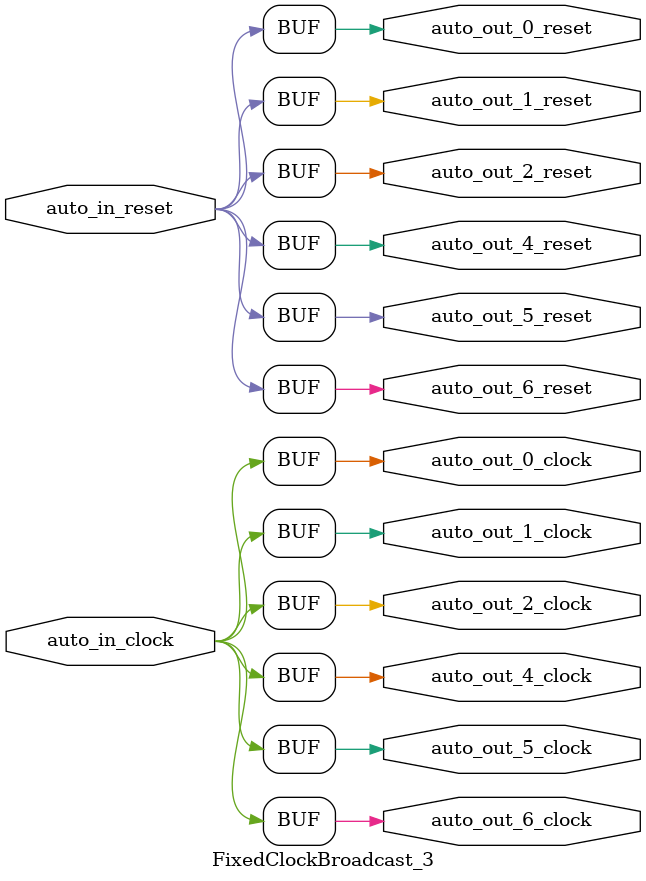
<source format=sv>
`ifndef RANDOMIZE
  `ifdef RANDOMIZE_MEM_INIT
    `define RANDOMIZE
  `endif // RANDOMIZE_MEM_INIT
`endif // not def RANDOMIZE
`ifndef RANDOMIZE
  `ifdef RANDOMIZE_REG_INIT
    `define RANDOMIZE
  `endif // RANDOMIZE_REG_INIT
`endif // not def RANDOMIZE

`ifndef RANDOM
  `define RANDOM $random
`endif // not def RANDOM

// Users can define INIT_RANDOM as general code that gets injected into the
// initializer block for modules with registers.
`ifndef INIT_RANDOM
  `define INIT_RANDOM
`endif // not def INIT_RANDOM

// If using random initialization, you can also define RANDOMIZE_DELAY to
// customize the delay used, otherwise 0.002 is used.
`ifndef RANDOMIZE_DELAY
  `define RANDOMIZE_DELAY 0.002
`endif // not def RANDOMIZE_DELAY

// Define INIT_RANDOM_PROLOG_ for use in our modules below.
`ifndef INIT_RANDOM_PROLOG_
  `ifdef RANDOMIZE
    `ifdef VERILATOR
      `define INIT_RANDOM_PROLOG_ `INIT_RANDOM
    `else  // VERILATOR
      `define INIT_RANDOM_PROLOG_ `INIT_RANDOM #`RANDOMIZE_DELAY begin end
    `endif // VERILATOR
  `else  // RANDOMIZE
    `define INIT_RANDOM_PROLOG_
  `endif // RANDOMIZE
`endif // not def INIT_RANDOM_PROLOG_

// Include register initializers in init blocks unless synthesis is set
`ifndef SYNTHESIS
  `ifndef ENABLE_INITIAL_REG_
    `define ENABLE_INITIAL_REG_
  `endif // not def ENABLE_INITIAL_REG_
`endif // not def SYNTHESIS

// Include rmemory initializers in init blocks unless synthesis is set
`ifndef SYNTHESIS
  `ifndef ENABLE_INITIAL_MEM_
    `define ENABLE_INITIAL_MEM_
  `endif // not def ENABLE_INITIAL_MEM_
`endif // not def SYNTHESIS

// Standard header to adapt well known macros for prints and assertions.

// Users can define 'PRINTF_COND' to add an extra gate to prints.
`ifndef PRINTF_COND_
  `ifdef PRINTF_COND
    `define PRINTF_COND_ (`PRINTF_COND)
  `else  // PRINTF_COND
    `define PRINTF_COND_ 1
  `endif // PRINTF_COND
`endif // not def PRINTF_COND_

// Users can define 'ASSERT_VERBOSE_COND' to add an extra gate to assert error printing.
`ifndef ASSERT_VERBOSE_COND_
  `ifdef ASSERT_VERBOSE_COND
    `define ASSERT_VERBOSE_COND_ (`ASSERT_VERBOSE_COND)
  `else  // ASSERT_VERBOSE_COND
    `define ASSERT_VERBOSE_COND_ 1
  `endif // ASSERT_VERBOSE_COND
`endif // not def ASSERT_VERBOSE_COND_

// Users can define 'STOP_COND' to add an extra gate to stop conditions.
`ifndef STOP_COND_
  `ifdef STOP_COND
    `define STOP_COND_ (`STOP_COND)
  `else  // STOP_COND
    `define STOP_COND_ 1
  `endif // STOP_COND
`endif // not def STOP_COND_

module FixedClockBroadcast_3(
  input  auto_in_clock,	// @[generators/rocket-chip/src/main/scala/diplomacy/LazyModule.scala:367:18]
         auto_in_reset,	// @[generators/rocket-chip/src/main/scala/diplomacy/LazyModule.scala:367:18]
  output auto_out_6_clock,	// @[generators/rocket-chip/src/main/scala/diplomacy/LazyModule.scala:367:18]
         auto_out_6_reset,	// @[generators/rocket-chip/src/main/scala/diplomacy/LazyModule.scala:367:18]
         auto_out_5_clock,	// @[generators/rocket-chip/src/main/scala/diplomacy/LazyModule.scala:367:18]
         auto_out_5_reset,	// @[generators/rocket-chip/src/main/scala/diplomacy/LazyModule.scala:367:18]
         auto_out_4_clock,	// @[generators/rocket-chip/src/main/scala/diplomacy/LazyModule.scala:367:18]
         auto_out_4_reset,	// @[generators/rocket-chip/src/main/scala/diplomacy/LazyModule.scala:367:18]
         auto_out_2_clock,	// @[generators/rocket-chip/src/main/scala/diplomacy/LazyModule.scala:367:18]
         auto_out_2_reset,	// @[generators/rocket-chip/src/main/scala/diplomacy/LazyModule.scala:367:18]
         auto_out_1_clock,	// @[generators/rocket-chip/src/main/scala/diplomacy/LazyModule.scala:367:18]
         auto_out_1_reset,	// @[generators/rocket-chip/src/main/scala/diplomacy/LazyModule.scala:367:18]
         auto_out_0_clock,	// @[generators/rocket-chip/src/main/scala/diplomacy/LazyModule.scala:367:18]
         auto_out_0_reset	// @[generators/rocket-chip/src/main/scala/diplomacy/LazyModule.scala:367:18]
);

  assign auto_out_6_clock = auto_in_clock;
  assign auto_out_6_reset = auto_in_reset;
  assign auto_out_5_clock = auto_in_clock;
  assign auto_out_5_reset = auto_in_reset;
  assign auto_out_4_clock = auto_in_clock;
  assign auto_out_4_reset = auto_in_reset;
  assign auto_out_2_clock = auto_in_clock;
  assign auto_out_2_reset = auto_in_reset;
  assign auto_out_1_clock = auto_in_clock;
  assign auto_out_1_reset = auto_in_reset;
  assign auto_out_0_clock = auto_in_clock;
  assign auto_out_0_reset = auto_in_reset;
endmodule


</source>
